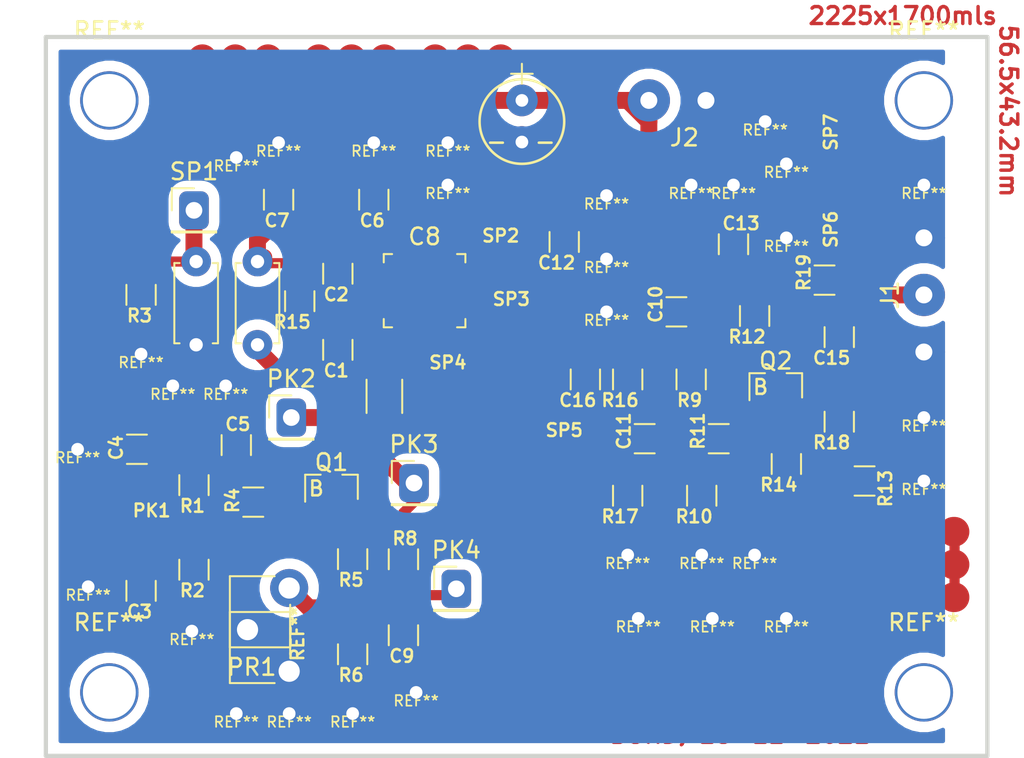
<source format=kicad_pcb>
(kicad_pcb (version 20221018) (generator pcbnew)
  (title_block (title "LCg-szer2. Generator LC z obw. szeregowym - \"uniwersalny\"") (date "2019-08-08") (rev "2") (company "AB") (comment 1 "Aleksander Burd") (comment 2 "na podst. LC-pom i nano-H") (comment 3 "rysunek od nowa"))
  (layers (0 "F.Cu" signal) (31 "B.Cu" signal) (34 "B.Paste" user) (35 "F.Paste" user) (36 "B.SilkS" user "B.Silkscreen") (37 "F.SilkS" user "F.Silkscreen") (38 "B.Mask" user) (39 "F.Mask" user) (44 "Edge.Cuts" user))
  (net 0 "")
  (net 1 "Net-(C1-Pad1)")
  (net 2 "Net-(C1-Pad2)")
  (net 3 "Net-(C3-Pad1)")
  (net 4 "Net-(Q1-Pad1)")
  (net 5 "Net-(Q2-Pad1)")
  (net 6 "Net-(C8-Pad2)")
  (net 7 "GND")
  (net 8 "+12V")
  (net 9 "Net-(C9-Pad1)")
  (net 10 "Net-(C11-Pad2)")
  (net 11 "Net-(C11-Pad1)")
  (net 12 "Net-(C15-Pad2)")
  (net 13 "Net-(C15-Pad1)")
  (net 14 "Net-(L2-Pad1)")
  (net 15 "Net-(PK3-Pad1)")
  (net 16 "Net-(PR1-Pad3)")
  (net 17 "Net-(Q2-Pad3)")
  (net 18 "Net-(Q2-Pad2)")
  (net 19 "Net-(C16-Pad2)")
  (net 20 "Net-(C16-Pad1)")
  (net 21 "Net-(R13-Pad1)")
  (footprint "AB-lib-foot:M3_2" (layer "F.Cu") (at 78.74 128.905)
    (fp_text reference "REF**")
    (fp_text value "M3_2")
  )
  (footprint "AB-lib-foot:M3_2" (layer "F.Cu") (at 127.635 128.905)
    (fp_text reference "REF**")
    (fp_text value "M3_2")
  )
  (footprint "AB-lib-foot:M3_2" (layer "F.Cu") (at 78.74 164.465)
    (fp_text reference "REF**")
    (fp_text value "M3_2")
  )
  (footprint "AB-lib-foot:M3_2" (layer "F.Cu") (at 127.635 164.465)
    (fp_text reference "REF**")
    (fp_text value "M3_2")
  )
  (footprint "AB-lib-foot:via_GND" (layer "F.Cu") (at 118.11 130.175)
    (fp_text reference "REF**")
    (fp_text value "viGND" hide)
  )
  (footprint "AB-lib-foot:R_0805_AB" (layer "F.Cu") (at 92.456 143.637 180)
    (fp_text reference "C1")
    (fp_text value "Cr1")
  )
  (footprint "AB-lib-foot:R_0805_AB" (layer "F.Cu") (at 92.456 139.065 180)
    (fp_text reference "C2")
    (fp_text value "Cr2")
  )
  (footprint "AB-lib-foot:R_0805_AB" (layer "F.Cu") (at 80.645 158.115 180)
    (fp_text reference "C3")
    (fp_text value "220n")
  )
  (footprint "AB-lib-foot:R_0805_AB" (layer "F.Cu") (at 80.645 149.86 90)
    (fp_text reference "C4")
    (fp_text value "22n")
  )
  (footprint "AB-lib-foot:R_0805_AB" (layer "F.Cu") (at 86.36 149.86)
    (fp_text reference "C5")
    (fp_text value "3n3")
  )
  (footprint "AB-lib-foot:R_0805_AB" (layer "F.Cu") (at 94.615 134.62 180)
    (fp_text reference "C6")
    (fp_text value "1n")
  )
  (footprint "AB-lib-foot:R_0805_AB" (layer "F.Cu") (at 88.9 134.62 180)
    (fp_text reference "C7")
    (fp_text value "47n")
  )
  (footprint "Capacitors_SMD:C_Trimmer_Murata_TZB4-A" (layer "F.Cu") (at 97.663 140.335)
    (fp_text reference "C8")
    (fp_text value "(TRIM)")
  )
  (footprint "AB-lib-foot:R_0805_AB" (layer "F.Cu") (at 96.393 160.782 180)
    (fp_text reference "C9")
    (fp_text value "(100n)")
  )
  (footprint "AB-lib-foot:R_0805_AB" (layer "F.Cu") (at 113.03 141.605 90)
    (fp_text reference "C10")
    (fp_text value "10n")
  )
  (footprint "AB-lib-foot:R_0805_AB" (layer "F.Cu") (at 111.125 149.225 90)
    (fp_text reference "C11")
    (fp_text value "47n")
  )
  (footprint "AB-lib-foot:R_0805_AB" (layer "F.Cu") (at 106.045 137.16 180)
    (fp_text reference "C12")
    (fp_text value "100n")
  )
  (footprint "AB-lib-foot:R_0805_AB" (layer "F.Cu") (at 116.205 137.795)
    (fp_text reference "C13")
    (fp_text value "2n2")
  )
  (footprint "AB-lib-foot:R_0805_AB" (layer "F.Cu") (at 122.555 142.875 180)
    (fp_text reference "C15")
    (fp_text value "47n")
  )
  (footprint "AB-lib-foot:ak550_3" (layer "F.Cu") (at 127.635 137.16 -90)
    (fp_text reference "J1")
    (fp_text value "OUT")
  )
  (footprint "AB-lib-foot:ak550_2" (layer "F.Cu") (at 111.125 128.905)
    (fp_text reference "J2")
    (fp_text value "+12V")
  )
  (footprint "AB-lib-foot:CN" (layer "F.Cu") (at 87.884 140.335 180)
    (fp_text reference "L1")
    (fp_text value "Lr")
  )
  (footprint "AB-lib-foot:CN" (layer "F.Cu") (at 84.201 140.335 180)
    (fp_text reference "L2")
    (fp_text value "(Lt)")
  )
  (footprint "AB-lib-foot:ts65" (layer "F.Cu") (at 81.28 153.035)
    (fp_text reference "PK1")
    (fp_text value "Ub")
  )
  (footprint "AB-lib-foot:PR" (layer "F.Cu") (at 89.535 163.195 180)
    (fp_text reference "PR1")
    (fp_text value "(4k7)")
  )
  (footprint "AB-lib-foot:SOT-23" (layer "F.Cu") (at 92.075 152.146 90)
    (fp_text reference "Q1")
    (fp_text value "BFS17A")
  )
  (footprint "AB-lib-foot:SOT-23" (layer "F.Cu") (at 118.745 146.05 90)
    (fp_text reference "Q2")
    (fp_text value "BFS17A")
  )
  (footprint "AB-lib-foot:R_0805_AB" (layer "F.Cu") (at 83.82 151.765 180)
    (fp_text reference "R1")
    (fp_text value "4k7")
  )
  (footprint "AB-lib-foot:R_0805_AB" (layer "F.Cu") (at 83.82 156.845 180)
    (fp_text reference "R2")
    (fp_text value "1k")
  )
  (footprint "AB-lib-foot:R_0805_AB" (layer "F.Cu") (at 80.645 140.335 180)
    (fp_text reference "R3")
    (fp_text value "(75)")
  )
  (footprint "AB-lib-foot:R_0805_AB" (layer "F.Cu") (at 87.63 153.035 90)
    (fp_text reference "R4")
    (fp_text value "33")
  )
  (footprint "AB-lib-foot:R_0805_AB" (layer "F.Cu") (at 93.345 156.21 180)
    (fp_text reference "R5")
    (fp_text value "120*")
  )
  (footprint "AB-lib-foot:R_0805_AB" (layer "F.Cu") (at 93.345 161.925 180)
    (fp_text reference "R6")
    (fp_text value "820*")
  )
  (footprint "AB-lib-foot:R_1206_AB" (layer "F.Cu") (at 95.25 146.685 180)
    (fp_text reference "R7")
    (fp_text value "00")
  )
  (footprint "AB-lib-foot:R_0805_AB" (layer "F.Cu") (at 96.393 156.718)
    (fp_text reference "R8")
    (fp_text value "(6k8)")
  )
  (footprint "AB-lib-foot:R_0805_AB" (layer "F.Cu") (at 113.665 145.415 180)
    (fp_text reference "R9")
    (fp_text value "3k9")
  )
  (footprint "AB-lib-foot:R_0805_AB" (layer "F.Cu") (at 114.3 152.4 180)
    (fp_text reference "R10")
    (fp_text value "6k8")
  )
  (footprint "AB-lib-foot:R_0805_AB" (layer "F.Cu") (at 115.57 149.225 90)
    (fp_text reference "R11")
    (fp_text value "82")
  )
  (footprint "AB-lib-foot:R_0805_AB" (layer "F.Cu") (at 117.475 141.605 180)
    (fp_text reference "R12")
    (fp_text value "33")
  )
  (footprint "AB-lib-foot:R_0805_AB" (layer "F.Cu") (at 123.825 151.765 -90)
    (fp_text reference "R13")
    (fp_text value "300")
  )
  (footprint "AB-lib-foot:R_0805_AB" (layer "F.Cu") (at 119.38 150.495 180)
    (fp_text reference "R14")
    (fp_text value "15")
  )
  (footprint "AB-lib-foot:ts70" (layer "F.Cu") (at 102.235 136.525)
    (fp_text reference "SP2")
    (fp_text value "Cr2")
  )
  (footprint "AB-lib-foot:ts70" (layer "F.Cu") (at 102.87 140.335)
    (fp_text reference "SP3")
    (fp_text value "trim")
  )
  (footprint "AB-lib-foot:ts70" (layer "F.Cu") (at 99.06 144.145)
    (fp_text reference "SP4")
    (fp_text value "Cr1")
  )
  (footprint "AB-lib-foot:ts70x120" (layer "F.Cu") (at 106.045 149.225 180)
    (fp_text reference "SP5")
    (fp_text value "in-f")
  )
  (footprint "AB-lib-foot:ts70x120" (layer "F.Cu") (at 122.555 136.652 -90)
    (fp_text reference "SP6")
    (fp_text value "Out")
  )
  (footprint "AB-lib-foot:ts70x120" (layer "F.Cu") (at 122.555 130.81 -90)
    (fp_text reference "SP7")
    (fp_text value "GND")
  )
  (footprint "AB-lib-foot:CPEm" (layer "F.Cu") (at 103.505 128.905 -90)
    (fp_text reference "C14")
    (fp_text value "22u")
  )
  (footprint "AB-lib-foot:via_GND" (layer "F.Cu") (at 99.06 131.445)
    (fp_text reference "REF**")
    (fp_text value "viGND" hide)
  )
  (footprint "AB-lib-foot:via_GND" (layer "F.Cu") (at 99.06 133.985)
    (fp_text reference "REF**")
    (fp_text value "viGND" hide)
  )
  (footprint "AB-lib-foot:via_GND" (layer "F.Cu") (at 108.585 138.43)
    (fp_text reference "REF**")
    (fp_text value "viGND" hide)
  )
  (footprint "AB-lib-foot:via_GND" (layer "F.Cu") (at 119.38 137.16)
    (fp_text reference "REF**")
    (fp_text value "viGND" hide)
  )
  (footprint "AB-lib-foot:via_GND" (layer "F.Cu") (at 109.855 156.21)
    (fp_text reference "REF**")
    (fp_text value "viGND" hide)
  )
  (footprint "AB-lib-foot:via_GND" (layer "F.Cu") (at 97.155 164.465)
    (fp_text reference "REF**")
    (fp_text value "viGND" hide)
  )
  (footprint "AB-lib-foot:via_GND" (layer "F.Cu") (at 93.345 165.735)
    (fp_text reference "REF**")
    (fp_text value "viGND" hide)
  )
  (footprint "AB-lib-foot:via_GND" (layer "F.Cu") (at 89.535 165.735)
    (fp_text reference "REF**")
    (fp_text value "viGND" hide)
  )
  (footprint "AB-lib-foot:via_GND" (layer "F.Cu") (at 86.36 165.735)
    (fp_text reference "REF**")
    (fp_text value "viGND" hide)
  )
  (footprint "AB-lib-foot:via_GND" (layer "F.Cu") (at 77.47 158.115)
    (fp_text reference "REF**")
    (fp_text value "viGND" hide)
  )
  (footprint "AB-lib-foot:via_GND" (layer "F.Cu") (at 76.835 149.86)
    (fp_text reference "REF**")
    (fp_text value "viGND" hide)
  )
  (footprint "AB-lib-foot:via_GND" (layer "F.Cu") (at 82.55 146.05)
    (fp_text reference "REF**")
    (fp_text value "viGND" hide)
  )
  (footprint "AB-lib-foot:via_GND" (layer "F.Cu") (at 85.725 146.05)
    (fp_text reference "REF**")
    (fp_text value "viGND" hide)
  )
  (footprint "AB-lib-foot:via_GND" (layer "F.Cu") (at 80.645 144.145)
    (fp_text reference "REF**")
    (fp_text value "viGND" hide)
  )
  (footprint "AB-lib-foot:via_GND" (layer "F.Cu") (at 88.9 131.445)
    (fp_text reference "REF**")
    (fp_text value "viGND" hide)
  )
  (footprint "AB-lib-foot:via_GND" (layer "F.Cu") (at 86.36 132.334)
    (fp_text reference "REF**")
    (fp_text value "viGND" hide)
  )
  (footprint "AB-lib-foot:via_GND" (layer "F.Cu") (at 94.615 131.445)
    (fp_text reference "REF**")
    (fp_text value "viGND" hide)
  )
  (footprint "AB-lib-foot:via_GND" (layer "F.Cu") (at 110.49 160.02)
    (fp_text reference "REF**")
    (fp_text value "viGND" hide)
  )
  (footprint "AB-lib-foot:via_GND" (layer "F.Cu") (at 114.935 160.02)
    (fp_text reference "REF**")
    (fp_text value "viGND" hide)
  )
  (footprint "AB-lib-foot:via_GND" (layer "F.Cu") (at 119.38 160.02)
    (fp_text reference "REF**")
    (fp_text value "viGND" hide)
  )
  (footprint "AB-lib-foot:via_GND" (layer "F.Cu") (at 83.693 160.782)
    (fp_text reference "REF**")
    (fp_text value "viGND" hide)
  )
  (footprint "Pin_Headers:Pin_Header_Straight_1x01_Pitch2.54mm" (layer "F.Cu") (at 89.662 147.955)
    (fp_text reference "PK2")
    (fp_text value "Uc")
  )
  (footprint "Pin_Headers:Pin_Header_Straight_1x01_Pitch2.54mm" (layer "F.Cu") (at 97.028 151.892)
    (fp_text reference "PK3")
    (fp_text value "UE")
  )
  (footprint "Pin_Headers:Pin_Header_Straight_1x01_Pitch2.54mm" (layer "F.Cu") (at 99.568 158.242)
    (fp_text reference "PK4")
    (fp_text value "UEdc")
  )
  (footprint "Pin_Headers:Pin_Header_Straight_1x01_Pitch2.54mm" (layer "F.Cu") (at 83.82 135.509)
    (fp_text reference "SP1")
    (fp_text value "trn-out")
  )
  (footprint "AB-lib-foot:R_0805_AB" (layer "F.Cu") (at 90.17 140.716 180)
    (fp_text reference "R15")
    (fp_text value "(Rrq)")
  )
  (footprint "AB-lib-foot:R_0805_AB" (layer "F.Cu") (at 107.315 145.415 180)
    (fp_text reference "C16")
    (fp_text value "47n")
  )
  (footprint "AB-lib-foot:R_0805_AB" (layer "F.Cu") (at 109.855 145.415 180)
    (fp_text reference "R16")
    (fp_text value "1k5")
  )
  (footprint "AB-lib-foot:R_0805_AB" (layer "F.Cu") (at 109.855 152.4 180)
    (fp_text reference "R17")
    (fp_text value "390")
  )
  (footprint "AB-lib-foot:R_0805_AB" (layer "F.Cu") (at 122.555 147.955 180)
    (fp_text reference "R18")
    (fp_text value "82")
  )
  (footprint "AB-lib-foot:R_0805_AB" (layer "F.Cu") (at 121.92 139.7 90)
    (fp_text reference "R19")
    (fp_text value "100")
  )
  (footprint "AB-lib-foot:via_GND" (layer "F.Cu") (at 114.3 156.21)
    (fp_text reference "REF**")
    (fp_text value "viGND" hide)
  )
  (footprint "AB-lib-foot:via_GND" (layer "F.Cu") (at 117.475 156.21)
    (fp_text reference "REF**")
    (fp_text value "viGND" hide)
  )
  (footprint "AB-lib-foot:via_GND" (layer "F.Cu") (at 127.635 147.955)
    (fp_text reference "REF**")
    (fp_text value "viGND" hide)
  )
  (footprint "AB-lib-foot:via_GND" (layer "F.Cu") (at 127.635 151.765)
    (fp_text reference "REF**")
    (fp_text value "viGND" hide)
  )
  (footprint "AB-lib-foot:via_GND" (layer "F.Cu") (at 127.635 133.985)
    (fp_text reference "REF**")
    (fp_text value "viGND" hide)
  )
  (footprint "AB-lib-foot:via_GND" (layer "F.Cu") (at 113.665 133.985)
    (fp_text reference "REF**")
    (fp_text value "viGND" hide)
  )
  (footprint "AB-lib-foot:via_GND" (layer "F.Cu") (at 119.38 132.715)
    (fp_text reference "REF**")
    (fp_text value "viGND" hide)
  )
  (footprint "AB-lib-foot:via_GND" (layer "F.Cu") (at 116.205 133.985)
    (fp_text reference "REF**")
    (fp_text value "viGND" hide)
  )
  (footprint "AB-lib-foot:via_GND" (layer "F.Cu") (at 108.585 141.605)
    (fp_text reference "REF**")
    (fp_text value "viGND" hide)
  )
  (footprint "AB-lib-foot:via_GND" (layer "F.Cu") (at 108.585 134.62)
    (fp_text reference "REF**")
    (fp_text value "viGND" hide)
  )
  (gr_line (start 74.93 125.095) (end 131.445 125.095) (stroke (width 0.254)) (layer "Edge.Cuts"))
  (gr_line (start 74.93 168.275) (end 74.93 125.095) (stroke (width 0.254)) (layer "Edge.Cuts"))
  (gr_line (start 131.445 125.095) (end 131.445 168.275) (stroke (width 0.254)) (layer "Edge.Cuts"))
  (gr_line (start 131.445 168.275) (end 74.93 168.275) (stroke (width 0.254)) (layer "Edge.Cuts"))
  (gr_text "T" (at 122.555 160.655 180) (layer "F.Cu") (effects (font (size 1.016 1.016) (thickness 0.2032))))
  (gr_text "COLPITTS-K_1v5" (at 116.205 165.1) (layer "F.Cu") (effects (font (size 1.016 1.016) (thickness 0.2032))))
  (gr_text "BURD, 16-11-2021" (at 116.586 167.005) (layer "F.Cu") (effects (font (size 1.016 1.016) (thickness 0.2032))))
  (gr_text "OUT" (at 122.555 134.112) (layer "F.Cu") (effects (font (size 1.016 1.016) (thickness 0.2032))))
  (gr_text "T" (at 118.11 127.635 180) (layer "F.Cu") (effects (font (size 1.016 1.016) (thickness 0.2032))))
  (gr_text "12V" (at 107.315 127) (layer "F.Cu") (effects (font (size 1.016 1.016) (thickness 0.2032))))
  (gr_text "TRIM" (at 103.124 142.494) (layer "F.Cu") (effects (font (size 1.016 1.016) (thickness 0.2032))))
  (gr_text "CR2" (at 102.616 134.239) (layer "F.Cu") (effects (font (size 1.016 1.016) (thickness 0.2032))))
  (gr_text "CR1" (at 99.06 146.939 -90) (layer "F.Cu") (effects (font (size 1.016 1.016) (thickness 0.2032))))
  (gr_text "IN-F" (at 105.41 151.765) (layer "F.Cu") (effects (font (size 1.016 1.016) (thickness 0.2032))))
  (gr_text "IE" (at 86.995 156.21) (layer "F.Cu") (effects (font (size 1.016 1.016) (thickness 0.2032))))
  (gr_text "UEDC" (at 99.949 162.433 270) (layer "F.Cu") (effects (font (size 1.016 1.016) (thickness 0.2032))))
  (gr_text "UB" (at 78.994 152.781 270) (layer "F.Cu") (effects (font (size 1.016 1.016) (thickness 0.2032))))
  (gr_text "UK" (at 89.027 150.622) (layer "F.Cu") (effects (font (size 1.016 1.016) (thickness 0.2032))))
  (gr_text "TRNO" (at 80.01 135.89) (layer "F.Cu") (effects (font (size 1.016 1.016) (thickness 0.2032))))
  (gr_text "UE" (at 100.203 152.146) (layer "F.Cu") (effects (font (size 1.016 1.016) (thickness 0.2032))))
  (gr_text "T" (at 122.555 128.016 180) (layer "F.Cu") (effects (font (size 1.016 1.016) (thickness 0.2032))))
  (gr_text "2225x1700mls" (at 126.365 123.825) (layer "F.Cu") (effects (font (size 1.016 1.016) (thickness 0.2032))))
  (gr_text "56.5x43.2mm" (at 132.715 129.54 -90) (layer "F.Cu") (effects (font (size 1.016 1.016) (thickness 0.2032))))
  (segment (start 106.2355 154.94) (end 106.2355 158.877) (width 0.6096) (layer "F.Cu") (net 0))
  (segment (start 106.2355 158.877) (end 106.172 158.877) (width 1.778) (layer "F.Cu") (net 0))
  (segment (start 106.2355 156.9085) (end 106.172 156.9085) (width 1.778) (layer "F.Cu") (net 0))
  (segment (start 106.2355 154.94) (end 106.172 154.94) (width 1.778) (layer "F.Cu") (net 0))
  (segment (start 103.6955 158.877) (end 103.632 158.877) (width 1.778) (layer "F.Cu") (net 0))
  (segment (start 103.6955 156.9085) (end 103.632 156.9085) (width 1.778) (layer "F.Cu") (net 0))
  (segment (start 103.6955 154.94) (end 103.632 154.94) (width 1.778) (layer "F.Cu") (net 0))
  (segment (start 103.6955 154.94) (end 103.6955 158.877) (width 0.6096) (layer "F.Cu") (net 0))
  (segment (start 102.1715 164.4015) (end 102.108 164.4015) (width 1.778) (layer "F.Cu") (net 0))
  (segment (start 102.1715 166.37) (end 102.108 166.37) (width 1.778) (layer "F.Cu") (net 0))
  (segment (start 102.1715 162.433) (end 102.108 162.433) (width 1.778) (layer "F.Cu") (net 0))
  (segment (start 102.1715 162.433) (end 102.1715 166.37) (width 0.6096) (layer "F.Cu") (net 0))
  (segment (start 124.3965 154.813) (end 124.3965 158.75) (width 0.6096) (layer "F.Cu") (net 0))
  (segment (start 124.3965 156.7815) (end 124.333 156.7815) (width 1.778) (layer "F.Cu") (net 0))
  (segment (start 124.3965 158.75) (end 124.333 158.75) (width 1.778) (layer "F.Cu") (net 0))
  (segment (start 124.3965 154.813) (end 124.333 154.813) (width 1.778) (layer "F.Cu") (net 0))
  (segment (start 126.9365 156.7815) (end 126.873 156.7815) (width 1.778) (layer "F.Cu") (net 0))
  (segment (start 126.9365 154.813) (end 126.9365 158.75) (width 0.6096) (layer "F.Cu") (net 0))
  (segment (start 126.9365 154.813) (end 126.873 154.813) (width 1.778) (layer "F.Cu") (net 0))
  (segment (start 126.9365 158.75) (end 126.873 158.75) (width 1.778) (layer "F.Cu") (net 0))
  (segment (start 129.4765 156.7815) (end 129.413 156.7815) (width 1.778) (layer "F.Cu") (net 0))
  (segment (start 129.4765 154.813) (end 129.4765 158.75) (width 0.6096) (layer "F.Cu") (net 0))
  (segment (start 129.4765 158.75) (end 129.413 158.75) (width 1.778) (layer "F.Cu") (net 0))
  (segment (start 129.4765 154.813) (end 129.413 154.813) (width 1.778) (layer "F.Cu") (net 0))
  (segment (start 84.328 126.4285) (end 84.328 126.492) (width 1.778) (layer "F.Cu") (net 0))
  (segment (start 86.2965 126.4285) (end 86.2965 126.492) (width 1.778) (layer "F.Cu") (net 0))
  (segment (start 84.328 126.4285) (end 88.265 126.4285) (width 0.6096) (layer "F.Cu") (net 0))
  (segment (start 88.265 126.4285) (end 88.265 126.492) (width 1.778) (layer "F.Cu") (net 0))
  (segment (start 93.2815 126.4285) (end 93.2815 126.492) (width 1.778) (layer "F.Cu") (net 0))
  (segment (start 95.25 126.4285) (end 95.25 126.492) (width 1.778) (layer "F.Cu") (net 0))
  (segment (start 91.313 126.4285) (end 95.25 126.4285) (width 0.6096) (layer "F.Cu") (net 0))
  (segment (start 91.313 126.4285) (end 91.313 126.492) (width 1.778) (layer "F.Cu") (net 0))
  (segment (start 98.298 126.4285) (end 102.235 126.4285) (width 0.6096) (layer "F.Cu") (net 0))
  (segment (start 100.2665 126.4285) (end 100.2665 126.492) (width 1.778) (layer "F.Cu") (net 0))
  (segment (start 102.235 126.4285) (end 102.235 126.492) (width 1.778) (layer "F.Cu") (net 0))
  (segment (start 98.298 126.4285) (end 98.298 126.492) (width 1.778) (layer "F.Cu") (net 0))
  (segment (start 107.2515 162.433) (end 107.188 162.433) (width 1.778) (layer "F.Cu") (net 0))
  (segment (start 107.2515 162.433) (end 107.2515 166.37) (width 0.6096) (layer "F.Cu") (net 0))
  (segment (start 107.2515 166.37) (end 107.188 166.37) (width 1.778) (layer "F.Cu") (net 0))
  (segment (start 107.2515 164.4015) (end 107.188 164.4015) (width 1.778) (layer "F.Cu") (net 0))
  (segment (start 104.7115 166.37) (end 104.648 166.37) (width 1.778) (layer "F.Cu") (net 0))
  (segment (start 104.7115 164.4015) (end 104.648 164.4015) (width 1.778) (layer "F.Cu") (net 0))
  (segment (start 104.7115 162.433) (end 104.648 162.433) (width 1.778) (layer "F.Cu") (net 0))
  (segment (start 104.7115 162.433) (end 104.7115 166.37) (width 0.6096) (layer "F.Cu") (net 0))
  (segment (start 95.151 144.681) (end 93.214 142.744) (width 0.6096) (layer "F.Cu") (net 1))
  (segment (start 95.313 140.335) (end 92.452 140.335) (width 0.6096) (layer "F.Cu") (net 1))
  (segment (start 93.214 142.744) (end 92.075 142.744) (width 0.6096) (layer "F.Cu") (net 1))
  (segment (start 92.452 140.335) (end 92.075 140.712) (width 0.6096) (layer "F.Cu") (net 1))
  (segment (start 95.25 144.681) (end 95.151 144.681) (width 0.6096) (layer "F.Cu") (net 1))
  (segment (start 92.456 140.712) (end 92.456 142.744) (width 0.6096) (layer "F.Cu") (net 1))
  (segment (start 92.456 146.812) (end 92.583 146.685) (width 0.6096) (layer "F.Cu") (net 2))
  (segment (start 99.06 144.145) (end 96.52 146.685) (width 0.6096) (layer "F.Cu") (net 2))
  (segment (start 92.583 146.685) (end 92.456 146.558) (width 0.6096) (layer "F.Cu") (net 2))
  (segment (start 92.456 150.622) (end 92.456 146.812) (width 0.6096) (layer "F.Cu") (net 2))
  (segment (start 87.634 143.887) (end 87.634 143.585) (width 1.016) (layer "F.Cu") (net 2))
  (segment (start 92.456 146.558) (end 92.456 145.411) (width 0.6096) (layer "F.Cu") (net 2))
  (segment (start 90.043 142.109) (end 90.043 144.907) (width 0.6096) (layer "F.Cu") (net 2))
  (segment (start 88.777 145.03) (end 87.634 143.887) (width 1.016) (layer "F.Cu") (net 2))
  (segment (start 89.92 145.03) (end 88.777 145.03) (width 1.016) (layer "F.Cu") (net 2))
  (segment (start 92.075 151.003) (end 92.456 150.622) (width 0.6096) (layer "F.Cu") (net 2))
  (segment (start 96.52 146.685) (end 92.583 146.685) (width 0.6096) (layer "F.Cu") (net 2))
  (segment (start 89.662 147.955) (end 92.202 147.955) (width 1.016) (layer "F.Cu") (net 2))
  (segment (start 90.043 144.907) (end 89.92 145.03) (width 0.6096) (layer "F.Cu") (net 2))
  (segment (start 87.634 143.585) (end 87.761 143.585) (width 1.016) (layer "F.Cu") (net 2))
  (segment (start 92.329 145.03) (end 89.92 145.03) (width 1.016) (layer "F.Cu") (net 2))
  (segment (start 92.456 145.411) (end 92.075 145.03) (width 0.6096) (layer "F.Cu") (net 2))
  (segment (start 81.403 153.158) (end 81.28 153.035) (width 0.6096) (layer "F.Cu") (net 3))
  (segment (start 81.28 156.329) (end 80.387 157.222) (width 0.6096) (layer "F.Cu") (net 3))
  (segment (start 81.28 153.035) (end 81.28 156.329) (width 0.6096) (layer "F.Cu") (net 3))
  (segment (start 83.82 155.952) (end 83.82 153.158) (width 0.6096) (layer "F.Cu") (net 3))
  (segment (start 80.387 157.222) (end 80.645 157.222) (width 0.6096) (layer "F.Cu") (net 3))
  (segment (start 86.237 153.035) (end 86.237 150.876) (width 0.6096) (layer "F.Cu") (net 3))
  (segment (start 83.943 153.035) (end 83.82 153.158) (width 0.6096) (layer "F.Cu") (net 3))
  (segment (start 86.237 150.876) (end 86.36 150.753) (width 0.6096) (layer "F.Cu") (net 3))
  (segment (start 83.82 153.158) (end 81.403 153.158) (width 0.6096) (layer "F.Cu") (net 3))
  (segment (start 86.237 153.035) (end 83.943 153.035) (width 0.6096) (layer "F.Cu") (net 3))
  (segment (start 91.125 153.289) (end 90.871 153.035) (width 0.6096) (layer "F.Cu") (net 4))
  (segment (start 90.871 153.035) (end 88.523 153.035) (width 0.6096) (layer "F.Cu") (net 4))
  (segment (start 116.463 149.225) (end 116.463 148.525) (width 0.6096) (layer "F.Cu") (net 5))
  (segment (start 116.463 148.525) (end 117.795 147.193) (width 0.6096) (layer "F.Cu") (net 5))
  (segment (start 102.87 140.335) (end 100.013 140.335) (width 0.6096) (layer "F.Cu") (net 6))
  (segment (start 99.1 131.405) (end 99.06 131.445) (width 1.016) (layer "F.Cu") (net 7))
  (segment (start 99.1 133.945) (end 99.06 133.985) (width 1.016) (layer "F.Cu") (net 7))
  (segment (start 108.625 138.39) (end 108.585 138.43) (width 1.016) (layer "F.Cu") (net 7))
  (segment (start 119.42 137.12) (end 119.38 137.16) (width 1.016) (layer "F.Cu") (net 7))
  (segment (start 109.895 156.17) (end 109.855 156.21) (width 1.016) (layer "F.Cu") (net 7))
  (segment (start 97.195 164.425) (end 97.155 164.465) (width 1.016) (layer "F.Cu") (net 7))
  (segment (start 93.385 165.695) (end 93.345 165.735) (width 1.016) (layer "F.Cu") (net 7))
  (segment (start 89.575 165.695) (end 89.535 165.735) (width 1.016) (layer "F.Cu") (net 7))
  (segment (start 86.4 165.695) (end 86.36 165.735) (width 1.016) (layer "F.Cu") (net 7))
  (segment (start 77.51 158.075) (end 77.47 158.115) (width 1.016) (layer "F.Cu") (net 7))
  (segment (start 76.875 149.82) (end 76.835 149.86) (width 1.016) (layer "F.Cu") (net 7))
  (segment (start 82.59 146.01) (end 82.55 146.05) (width 1.016) (layer "F.Cu") (net 7))
  (segment (start 85.765 146.01) (end 85.725 146.05) (width 1.016) (layer "F.Cu") (net 7))
  (segment (start 80.685 144.105) (end 80.645 144.145) (width 1.016) (layer "F.Cu") (net 7))
  (segment (start 88.94 131.405) (end 88.9 131.445) (width 1.016) (layer "F.Cu") (net 7))
  (segment (start 114.34 156.17) (end 114.3 156.21) (width 1.016) (layer "F.Cu") (net 7))
  (segment (start 117.515 156.17) (end 117.475 156.21) (width 1.016) (layer "F.Cu") (net 7))
  (segment (start 127.675 147.915) (end 127.635 147.955) (width 1.016) (layer "F.Cu") (net 7))
  (segment (start 127.675 151.725) (end 127.635 151.765) (width 1.016) (layer "F.Cu") (net 7))
  (segment (start 127.675 133.945) (end 127.635 133.985) (width 1.016) (layer "F.Cu") (net 7))
  (segment (start 119.42 132.675) (end 119.38 132.715) (width 1.016) (layer "F.Cu") (net 7))
  (segment (start 116.245 133.945) (end 116.205 133.985) (width 1.016) (layer "F.Cu") (net 7))
  (segment (start 108.625 141.565) (end 108.585 141.605) (width 1.016) (layer "F.Cu") (net 7))
  (segment (start 83.82 160.02) (end 80.645 160.02) (width 1.016) (layer "F.Cu") (net 7))
  (segment (start 109.855 156.21) (end 109.855 159.385) (width 1.016) (layer "F.Cu") (net 7))
  (segment (start 89.535 163.195) (end 89.535 165.735) (width 1.016) (layer "F.Cu") (net 7))
  (segment (start 111.637 141.605) (end 108.585 141.605) (width 1.016) (layer "F.Cu") (net 7))
  (segment (start 115.824 130.175) (end 118.11 130.175) (width 1.016) (layer "F.Cu") (net 7))
  (segment (start 83.693 160.147) (end 83.82 160.02) (width 1.016) (layer "F.Cu") (net 7))
  (segment (start 80.645 160.02) (end 80.01 160.02) (width 1.016) (layer "F.Cu") (net 7))
  (segment (start 87.035 160.695) (end 83.78 160.695) (width 1.016) (layer "F.Cu") (net 7))
  (segment (start 125.095 131.445) (end 122.555 131.445) (width 1.016) (layer "F.Cu") (net 7))
  (segment (start 103.505 131.405) (end 94.655 131.405) (width 1.016) (layer "F.Cu") (net 7))
  (segment (start 86.36 148.467) (end 86.36 146.685) (width 1.016) (layer "F.Cu") (net 7))
  (segment (start 114.554 128.905) (end 114.554 133.604) (width 1.016) (layer "F.Cu") (net 7))
  (segment (start 83.82 146.05) (end 82.55 146.05) (width 1.016) (layer "F.Cu") (net 7))
  (segment (start 88.9 133.727) (end 88.9 131.445) (width 1.016) (layer "F.Cu") (net 7))
  (segment (start 93.345 165.735) (end 86.36 165.735) (width 1.016) (layer "F.Cu") (net 7))
  (segment (start 96.393 162.175) (end 96.393 164.465) (width 1.016) (layer "F.Cu") (net 7))
  (segment (start 118.15 130.135) (end 118.11 130.175) (width 1.016) (layer "F.Cu") (net 7))
  (segment (start 114.935 133.985) (end 113.665 133.985) (width 1.016) (layer "F.Cu") (net 7))
  (segment (start 114.3 156.21) (end 114.3 158.75) (width 1.016) (layer "F.Cu") (net 7))
  (segment (start 119.38 130.175) (end 118.11 130.175) (width 1.016) (layer "F.Cu") (net 7))
  (segment (start 109.855 156.21) (end 109.855 153.793) (width 1.016) (layer "F.Cu") (net 7))
  (segment (start 80.645 144.145) (end 80.645 141.728) (width 1.016) (layer "F.Cu") (net 7))
  (segment (start 80.01 160.02) (end 77.47 160.02) (width 1.016) (layer "F.Cu") (net 7))
  (segment (start 83.78 160.695) (end 83.693 160.782) (width 1.016) (layer "F.Cu") (net 7))
  (segment (start 93.345 164.465) (end 93.345 165.735) (width 1.016) (layer "F.Cu") (net 7))
  (segment (start 83.693 160.782) (end 83.693 160.147) (width 1.016) (layer "F.Cu") (net 7))
  (segment (start 117.475 160.02) (end 117.475 156.21) (width 1.016) (layer "F.Cu") (net 7))
  (segment (start 85.725 146.05) (end 83.82 146.05) (width 1.016) (layer "F.Cu") (net 7))
  (segment (start 119.38 132.715) (end 119.38 131.445) (width 1.016) (layer "F.Cu") (net 7))
  (segment (start 76.835 149.86) (end 79.252 149.86) (width 1.016) (layer "F.Cu") (net 7))
  (segment (start 122.555 131.445) (end 119.38 131.445) (width 1.016) (layer "F.Cu") (net 7))
  (segment (start 86.36 132.715) (end 86.36 132.334) (width 1.016) (layer "F.Cu") (net 7))
  (segment (start 86.36 132.334) (end 87.753 133.727) (width 1.016) (layer "F.Cu") (net 7))
  (segment (start 77.47 160.02) (end 77.47 158.115) (width 1.016) (layer "F.Cu") (net 7))
  (segment (start 84.205 145.665) (end 83.82 146.05) (width 1.016) (layer "F.Cu") (net 7))
  (segment (start 97.155 164.465) (end 93.345 164.465) (width 1.016) (layer "F.Cu") (net 7))
  (segment (start 77.47 158.115) (end 76.835 157.48) (width 1.016) (layer "F.Cu") (net 7))
  (segment (start 127.635 144.018) (end 127.635 151.765) (width 1.016) (layer "F.Cu") (net 7))
  (segment (start 86.36 160.735) (end 86.36 165.735) (width 1.016) (layer "F.Cu") (net 7))
  (segment (start 106.045 138.553) (end 108.462 138.553) (width 1.016) (layer "F.Cu") (net 7))
  (segment (start 116.205 133.985) (end 114.935 133.985) (width 1.016) (layer "F.Cu") (net 7))
  (segment (start 94.655 131.405) (end 94.615 131.445) (width 1.016) (layer "F.Cu") (net 7))
  (segment (start 76.835 157.48) (end 76.835 149.86) (width 1.016) (layer "F.Cu") (net 7))
  (segment (start 86.4 160.695) (end 86.36 160.735) (width 1.016) (layer "F.Cu") (net 7))
  (segment (start 99.06 133.985) (end 99.06 131.445) (width 1.016) (layer "F.Cu") (net 7))
  (segment (start 114.554 128.905) (end 115.824 130.175) (width 1.016) (layer "F.Cu") (net 7))
  (segment (start 125.218 151.765) (end 127.635 151.765) (width 1.016) (layer "F.Cu") (net 7))
  (segment (start 86.36 146.685) (end 85.725 146.05) (width 1.016) (layer "F.Cu") (net 7))
  (segment (start 114.3 156.21) (end 114.3 153.793) (width 1.016) (layer "F.Cu") (net 7))
  (segment (start 83.947 143.585) (end 83.947 145.665) (width 1.016) (layer "F.Cu") (net 7))
  (segment (start 87.035 160.695) (end 86.4 160.695) (width 1.016) (layer "F.Cu") (net 7))
  (segment (start 120.527 139.577) (end 119.38 138.43) (width 1.016) (layer "F.Cu") (net 7))
  (segment (start 109.855 159.385) (end 110.49 160.02) (width 1.016) (layer "F.Cu") (net 7))
  (segment (start 119.38 131.445) (end 119.38 130.175) (width 1.016) (layer "F.Cu") (net 7))
  (segment (start 94.615 133.727) (end 94.615 131.445) (width 1.016) (layer "F.Cu") (net 7))
  (segment (start 82.55 146.05) (end 80.645 144.145) (width 1.016) (layer "F.Cu") (net 7))
  (segment (start 116.205 136.402) (end 116.205 133.985) (width 1.016) (layer "F.Cu") (net 7))
  (segment (start 114.554 133.604) (end 114.935 133.985) (width 1.016) (layer "F.Cu") (net 7))
  (segment (start 127.635 133.985) (end 125.095 131.445) (width 1.016) (layer "F.Cu") (net 7))
  (segment (start 83.82 160.02) (end 83.82 158.238) (width 1.016) (layer "F.Cu") (net 7))
  (segment (start 119.38 138.43) (end 119.38 132.715) (width 1.016) (layer "F.Cu") (net 7))
  (segment (start 127.635 137.16) (end 127.635 133.985) (width 1.016) (layer "F.Cu") (net 7))
  (segment (start 93.345 163.318) (end 93.345 165.735) (width 1.016) (layer "F.Cu") (net 7))
  (segment (start 80.645 159.508) (end 80.645 160.02) (width 1.016) (layer "F.Cu") (net 7))
  (segment (start 87.753 133.727) (end 88.9 133.727) (width 1.016) (layer "F.Cu") (net 7))
  (segment (start 108.585 138.43) (end 108.585 141.605) (width 1.016) (layer "F.Cu") (net 7))
  (segment (start 108.462 138.553) (end 108.585 138.43) (width 1.016) (layer "F.Cu") (net 7))
  (segment (start 120.527 139.7) (end 120.527 139.577) (width 1.016) (layer "F.Cu") (net 7))
  (segment (start 108.585 138.43) (end 108.585 134.62) (width 1.016) (layer "F.Cu") (net 7))
  (segment (start 111.125 137.16) (end 113.03 139.065) (width 1.016) (layer "F.Cu") (net 8))
  (segment (start 109.855 128.905) (end 103.505 128.905) (width 1.016) (layer "F.Cu") (net 8))
  (segment (start 113.665 141.863) (end 113.665 144.522) (width 0.6096) (layer "F.Cu") (net 8))
  (segment (start 87.86 138.684) (end 87.761 138.585) (width 0.6096) (layer "F.Cu") (net 8))
  (segment (start 87.63 138.43) (end 87.63 137.283) (width 1.016) (layer "F.Cu") (net 8))
  (segment (start 113.03 139.065) (end 113.665 139.065) (width 1.016) (layer "F.Cu") (net 8))
  (segment (start 89.535 138.684) (end 87.86 138.684) (width 0.6096) (layer "F.Cu") (net 8))
  (segment (start 78.105 133.35) (end 76.835 134.62) (width 1.016) (layer "F.Cu") (net 8))
  (segment (start 80.645 133.35) (end 78.105 133.35) (width 1.016) (layer "F.Cu") (net 8))
  (segment (start 92.456 138.172) (end 92.456 136.271) (width 1.016) (layer "F.Cu") (net 8))
  (segment (start 111.125 130.175) (end 111.125 128.905) (width 1.016) (layer "F.Cu") (net 8))
  (segment (start 91.952 136.013) (end 88.9 136.013) (width 1.016) (layer "F.Cu") (net 8))
  (segment (start 113.923 141.605) (end 113.923 139.323) (width 1.016) (layer "F.Cu") (net 8))
  (segment (start 92.456 136.271) (end 92.714 136.013) (width 1.016) (layer "F.Cu") (net 8))
  (segment (start 83.82 150.872) (end 83.82 150.495) (width 1.016) (layer "F.Cu") (net 8))
  (segment (start 76.835 134.62) (end 76.835 144.145) (width 1.016) (layer "F.Cu") (net 8))
  (segment (start 90.043 139.192) (end 89.535 138.684) (width 0.6096) (layer "F.Cu") (net 8))
  (segment (start 92.329 138.172) (end 92.456 138.172) (width 1.016) (layer "F.Cu") (net 8))
  (segment (start 83.185 149.86) (end 81.538 149.86) (width 1.016) (layer "F.Cu") (net 8))
  (segment (start 117.475 140.712) (end 117.475 139.958) (width 1.016) (layer "F.Cu") (net 8))
  (segment (start 90.043 139.823) (end 90.043 139.192) (width 0.6096) (layer "F.Cu") (net 8))
  (segment (start 81.538 148.848) (end 81.538 149.86) (width 1.016) (layer "F.Cu") (net 8))
  (segment (start 94.615 136.013) (end 91.952 136.013) (width 1.016) (layer "F.Cu") (net 8))
  (segment (start 92.075 136.136) (end 92.075 128.905) (width 0.6096) (layer "F.Cu") (net 8))
  (segment (start 111.125 130.175) (end 111.125 137.16) (width 1.016) (layer "F.Cu") (net 8))
  (segment (start 102.235 136.525) (end 105.787 136.525) (width 1.016) (layer "F.Cu") (net 8))
  (segment (start 113.923 141.605) (end 113.665 141.863) (width 0.6096) (layer "F.Cu") (net 8))
  (segment (start 117.475 139.958) (end 116.205 138.688) (width 1.016) (layer "F.Cu") (net 8))
  (segment (start 83.82 150.495) (end 83.185 149.86) (width 1.016) (layer "F.Cu") (net 8))
  (segment (start 92.075 128.905) (end 85.09 128.905) (width 1.016) (layer "F.Cu") (net 8))
  (segment (start 113.665 144.522) (end 113.923 144.522) (width 0.6096) (layer "F.Cu") (net 8))
  (segment (start 105.787 136.525) (end 106.045 136.267) (width 1.016) (layer "F.Cu") (net 8))
  (segment (start 113.665 139.065) (end 115.828 139.065) (width 1.016) (layer "F.Cu") (net 8))
  (segment (start 113.923 139.323) (end 113.665 139.065) (width 1.016) (layer "F.Cu") (net 8))
  (segment (start 102.235 136.525) (end 95.127 136.525) (width 1.016) (layer "F.Cu") (net 8))
  (segment (start 103.505 128.905) (end 92.075 128.905) (width 1.016) (layer "F.Cu") (net 8))
  (segment (start 87.63 137.283) (end 88.011 136.902) (width 1.016) (layer "F.Cu") (net 8))
  (segment (start 111.125 130.175) (end 109.855 128.905) (width 1.016) (layer "F.Cu") (net 8))
  (segment (start 76.835 144.145) (end 81.538 148.848) (width 1.016) (layer "F.Cu") (net 8))
  (segment (start 85.09 128.905) (end 80.645 133.35) (width 1.016) (layer "F.Cu") (net 8))
  (segment (start 88.011 136.902) (end 88.9 136.013) (width 1.016) (layer "F.Cu") (net 8))
  (segment (start 87.761 138.585) (end 88.011 138.335) (width 1.016) (layer "F.Cu") (net 8))
  (segment (start 95.127 136.525) (end 94.615 136.013) (width 1.016) (layer "F.Cu") (net 8))
  (segment (start 115.828 139.065) (end 116.205 138.688) (width 1.016) (layer "F.Cu") (net 8))
  (segment (start 99.568 158.242) (end 99.187 158.623) (width 0.6096) (layer "F.Cu") (net 9))
  (segment (start 99.187 158.623) (end 96.393 158.623) (width 0.6096) (layer "F.Cu") (net 9))
  (segment (start 96.393 159.643) (end 96.393 159.889) (width 0.6096) (layer "F.Cu") (net 9))
  (segment (start 96.393 159.889) (end 96.393 157.611) (width 0.6096) (layer "F.Cu") (net 9))
  (segment (start 109.855 151.507) (end 109.855 149.348) (width 0.6096) (layer "F.Cu") (net 10))
  (segment (start 109.855 149.348) (end 109.732 149.225) (width 0.6096) (layer "F.Cu") (net 10))
  (segment (start 109.855 149.102) (end 109.732 149.225) (width 0.6096) (layer "F.Cu") (net 10))
  (segment (start 109.855 146.808) (end 109.855 149.102) (width 0.6096) (layer "F.Cu") (net 10))
  (segment (start 112.018 149.225) (end 114.177 149.225) (width 0.6096) (layer "F.Cu") (net 11))
  (segment (start 114.3 149.348) (end 114.177 149.225) (width 0.6096) (layer "F.Cu") (net 11))
  (segment (start 114.177 149.225) (end 113.788 149.225) (width 0.6096) (layer "F.Cu") (net 11))
  (segment (start 113.665 149.102) (end 113.665 146.808) (width 0.6096) (layer "F.Cu") (net 11))
  (segment (start 114.3 151.507) (end 114.3 149.348) (width 0.6096) (layer "F.Cu") (net 11))
  (segment (start 113.788 149.225) (end 113.665 149.102) (width 0.6096) (layer "F.Cu") (net 11))
  (segment (start 122.555 147.062) (end 122.555 144.268) (width 0.6096) (layer "F.Cu") (net 12))
  (segment (start 122.813 139.7) (end 122.813 136.148) (width 0.6096) (layer "F.Cu") (net 13))
  (segment (start 122.813 136.148) (end 122.555 135.89) (width 0.6096) (layer "F.Cu") (net 13))
  (segment (start 122.555 139.958) (end 122.813 139.7) (width 0.6096) (layer "F.Cu") (net 13))
  (segment (start 124.46 139.7) (end 122.813 139.7) (width 1.016) (layer "F.Cu") (net 13))
  (segment (start 122.555 141.982) (end 122.555 139.958) (width 0.6096) (layer "F.Cu") (net 13))
  (segment (start 127.635 140.589) (end 125.349 140.589) (width 1.016) (layer "F.Cu") (net 13))
  (segment (start 125.349 140.589) (end 124.46 139.7) (width 1.016) (layer "F.Cu") (net 13))
  (segment (start 84.205 138.585) (end 83.82 138.2) (width 0.6096) (layer "F.Cu") (net 14))
  (segment (start 80.645 139.442) (end 80.645 138.74) (width 0.6096) (layer "F.Cu") (net 14))
  (segment (start 80.645 138.74) (end 80.8 138.585) (width 0.6096) (layer "F.Cu") (net 14))
  (segment (start 84.205 138.585) (end 80.8 138.585) (width 0.6096) (layer "F.Cu") (net 14))
  (segment (start 83.82 138.2) (end 83.82 135.509) (width 1.016) (layer "F.Cu") (net 14))
  (segment (start 95.25 150.495) (end 97.155 152.4) (width 1.016) (layer "F.Cu") (net 15))
  (segment (start 95.25 148.681) (end 95.25 150.495) (width 0.6096) (layer "F.Cu") (net 15))
  (segment (start 97.155 152.4) (end 97.155 152.908) (width 0.6096) (layer "F.Cu") (net 15))
  (segment (start 93.349 155.321) (end 96.393 155.321) (width 0.6096) (layer "F.Cu") (net 15))
  (segment (start 96.393 153.67) (end 96.393 155.325) (width 0.6096) (layer "F.Cu") (net 15))
  (segment (start 93.345 155.317) (end 93.345 153.609) (width 0.6096) (layer "F.Cu") (net 15))
  (segment (start 93.345 155.317) (end 93.349 155.321) (width 0.6096) (layer "F.Cu") (net 15))
  (segment (start 93.345 153.609) (end 93.025 153.289) (width 0.6096) (layer "F.Cu") (net 15))
  (segment (start 97.155 152.908) (end 96.393 153.67) (width 0.6096) (layer "F.Cu") (net 15))
  (segment (start 93.345 159.385) (end 93.345 158.75) (width 0.6096) (layer "F.Cu") (net 16))
  (segment (start 93.345 158.75) (end 93.345 157.603) (width 0.6096) (layer "F.Cu") (net 16))
  (segment (start 90.725 159.385) (end 93.345 159.385) (width 1.016) (layer "F.Cu") (net 16))
  (segment (start 93.345 161.032) (end 93.345 159.385) (width 0.6096) (layer "F.Cu") (net 16))
  (segment (start 89.535 158.195) (end 90.725 159.385) (width 1.016) (layer "F.Cu") (net 16))
  (segment (start 118.745 144.268) (end 117.475 142.998) (width 0.6096) (layer "F.Cu") (net 17))
  (segment (start 118.745 144.907) (end 118.745 144.268) (width 0.6096) (layer "F.Cu") (net 17))
  (segment (start 119.38 149.602) (end 119.38 147.508) (width 0.6096) (layer "F.Cu") (net 18))
  (segment (start 119.38 147.508) (end 119.695 147.193) (width 0.6096) (layer "F.Cu") (net 18))
  (segment (start 106.045 148.078) (end 107.315 146.808) (width 0.6096) (layer "F.Cu") (net 19))
  (segment (start 106.045 149.225) (end 106.045 148.078) (width 0.6096) (layer "F.Cu") (net 19))
  (segment (start 107.315 144.522) (end 109.855 144.522) (width 0.6096) (layer "F.Cu") (net 20))
  (segment (start 122.555 149.348) (end 122.555 151.388) (width 0.6096) (layer "F.Cu") (net 21))
  (segment (start 122.555 151.388) (end 122.932 151.765) (width 0.6096) (layer "F.Cu") (net 21))
  (segment (start 119.38 151.888) (end 122.809 151.888) (width 0.6096) (layer "F.Cu") (net 21))
  (segment (start 122.809 151.888) (end 122.932 151.765) (width 0.6096) (layer "F.Cu") (net 21))
  (zone (net 7) (net_name "GND") (layer "F.Cu") (connect_pads yes (clearance 0.508)) (min_thickness 0.254) (fill yes (thermal_gap 0.508) (thermal_bridge_width 0.508))
    (polygon (pts (xy 121.456304 163.195) (xy 109.22 163.195) (xy 109.22 158.115) (xy 121.456304 158.115)))
  )
  (zone (net 7) (net_name "GND") (layer "B.Cu") (connect_pads yes (clearance 0.635)) (min_thickness 0.254) (fill yes (thermal_gap 0.508) (thermal_bridge_width 0.508))
    (polygon (pts (xy 128.905 168.275) (xy 74.93 168.275) (xy 74.93 125.095) (xy 128.905 125.095)))
  )
)
</source>
